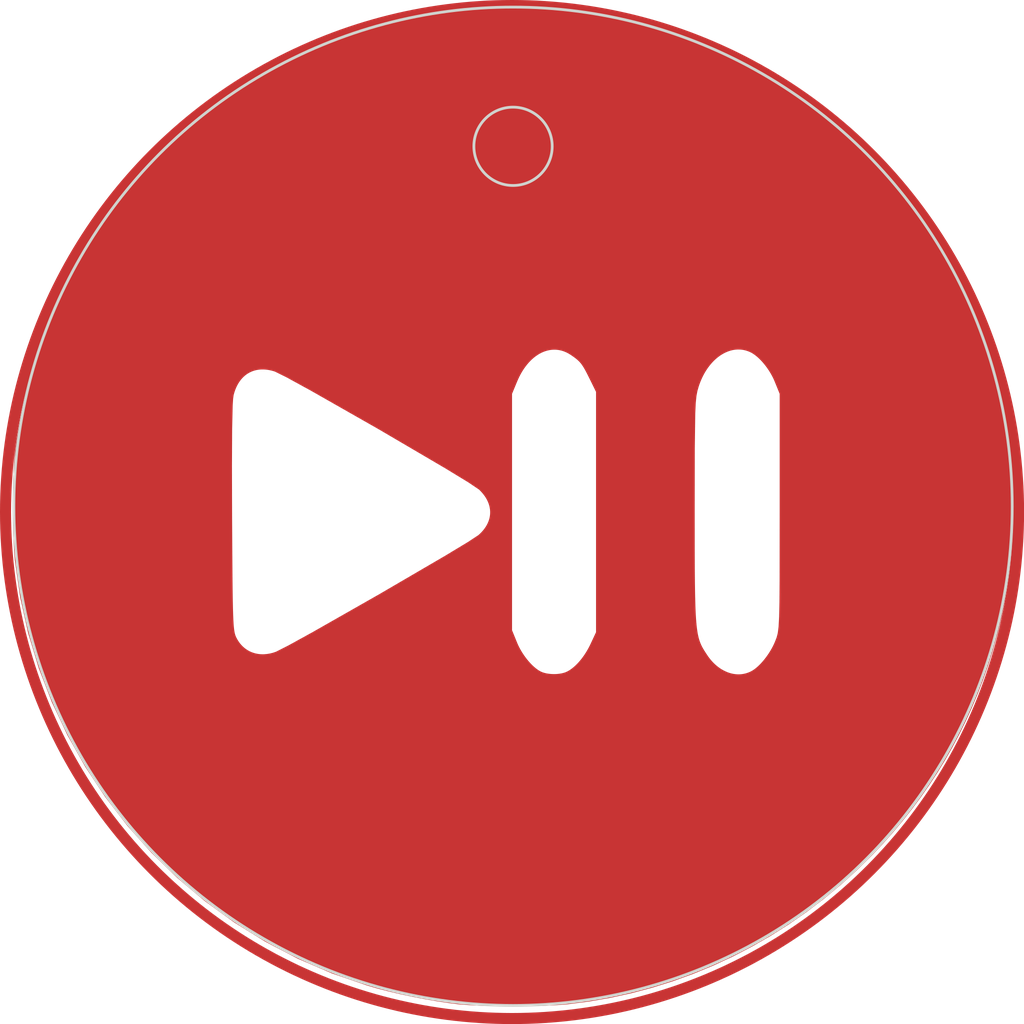
<source format=kicad_pcb>
(kicad_pcb
	(version 20241229)
	(generator "pcbnew")
	(generator_version "9.0")
	(general
		(thickness 1.6)
		(legacy_teardrops no)
	)
	(paper "A4")
	(layers
		(0 "F.Cu" signal)
		(2 "B.Cu" signal)
		(9 "F.Adhes" user "F.Adhesive")
		(11 "B.Adhes" user "B.Adhesive")
		(13 "F.Paste" user)
		(15 "B.Paste" user)
		(5 "F.SilkS" user "F.Silkscreen")
		(7 "B.SilkS" user "B.Silkscreen")
		(1 "F.Mask" user)
		(3 "B.Mask" user)
		(17 "Dwgs.User" user "User.Drawings")
		(19 "Cmts.User" user "User.Comments")
		(21 "Eco1.User" user "User.Eco1")
		(23 "Eco2.User" user "User.Eco2")
		(25 "Edge.Cuts" user)
		(27 "Margin" user)
		(31 "F.CrtYd" user "F.Courtyard")
		(29 "B.CrtYd" user "B.Courtyard")
		(35 "F.Fab" user)
		(33 "B.Fab" user)
		(39 "User.1" user)
		(41 "User.2" user)
		(43 "User.3" user)
		(45 "User.4" user)
	)
	(setup
		(pad_to_mask_clearance 0)
		(allow_soldermask_bridges_in_footprints no)
		(tenting front back)
		(pcbplotparams
			(layerselection 0x00000000_00000000_55555555_57555551)
			(plot_on_all_layers_selection 0x00000000_00000000_00000000_00000000)
			(disableapertmacros no)
			(usegerberextensions no)
			(usegerberattributes yes)
			(usegerberadvancedattributes yes)
			(creategerberjobfile yes)
			(dashed_line_dash_ratio 12.000000)
			(dashed_line_gap_ratio 3.000000)
			(svgprecision 4)
			(plotframeref no)
			(mode 1)
			(useauxorigin no)
			(hpglpennumber 1)
			(hpglpenspeed 20)
			(hpglpendiameter 15.000000)
			(pdf_front_fp_property_popups yes)
			(pdf_back_fp_property_popups yes)
			(pdf_metadata yes)
			(pdf_single_document no)
			(dxfpolygonmode yes)
			(dxfimperialunits yes)
			(dxfusepcbnewfont yes)
			(psnegative no)
			(psa4output no)
			(plot_black_and_white yes)
			(sketchpadsonfab no)
			(plotpadnumbers no)
			(hidednponfab no)
			(sketchdnponfab yes)
			(crossoutdnponfab yes)
			(subtractmaskfromsilk no)
			(outputformat 1)
			(mirror no)
			(drillshape 0)
			(scaleselection 1)
			(outputdirectory "../../../play pause/")
		)
	)
	(net 0 "")
	(gr_circle
		(center 148 93.5)
		(end 148 93)
		(stroke
			(width 0.2)
			(type default)
		)
		(fill no)
		(layer "F.Cu")
		(uuid "2db433a4-1f2a-4a8d-9db2-5241b213519d")
	)
	(gr_circle
		(center 147.98192 99.60414)
		(end 152.856979 91.865353)
		(stroke
			(width 0.2)
			(type default)
		)
		(fill no)
		(layer "F.Cu")
		(uuid "40638cc6-f812-4a82-84d1-b84157355e05")
	)
	(gr_poly
		(pts
			(xy 148.519686 90.476455) (xy 148.775616 90.486735) (xy 148.980282 90.502473) (xy 149.168859 90.526285)
			(xy 149.373684 90.557374) (xy 149.589175 90.594746) (xy 149.80975 90.63741) (xy 150.02983 90.684374)
			(xy 150.243832 90.734645) (xy 150.446176 90.787231) (xy 150.631281 90.84114) (xy 151.218117 91.041411)
			(xy 151.785678 91.279969) (xy 152.332465 91.555166) (xy 152.856979 91.865353) (xy 153.357722 92.208881)
			(xy 153.833195 92.584103) (xy 154.281899 92.989369) (xy 154.702337 93.423032) (xy 155.093009 93.883442)
			(xy 155.452417 94.368952) (xy 155.779062 94.877912) (xy 156.071445 95.408675) (xy 156.328068 95.959591)
			(xy 156.547433 96.529013) (xy 156.72804 97.115291) (xy 156.868392 97.716778) (xy 156.911827 97.946415)
			(xy 156.947326 98.160837) (xy 156.975548 98.366661) (xy 156.997156 98.570501) (xy 157.012811 98.77897)
			(xy 157.023174 98.998685) (xy 157.028906 99.236258) (xy 157.03067 99.498306) (xy 157.02531 99.857802)
			(xy 157.008953 100.202704) (xy 156.981185 100.535948) (xy 156.941594 100.860469) (xy 156.889767 101.179202)
			(xy 156.825288 101.495083) (xy 156.747746 101.811046) (xy 156.656726 102.130028) (xy 156.574459 102.388038)
			(xy 156.485091 102.642162) (xy 156.388634 102.8924) (xy 156.285097 103.138752) (xy 156.17449 103.381217)
			(xy 156.056824 103.619797) (xy 155.93211 103.854491) (xy 155.800358 104.085299) (xy 155.661577 104.31222)
			(xy 155.515779 104.535256) (xy 155.362974 104.754405) (xy 155.203171 104.969668) (xy 155.036382 105.181046)
			(xy 154.862617 105.388537) (xy 154.681886 105.592142) (xy 154.494199 105.791861) (xy 154.209885 106.072077)
			(xy 153.915505 106.338439) (xy 153.611492 106.590735) (xy 153.298281 106.828752) (xy 152.976306 107.05228)
			(xy 152.646001 107.261105) (xy 152.307799 107.455017) (xy 151.962135 107.633803) (xy 151.609444 107.797251)
			(xy 151.250158 107.94515) (xy 150.884713 108.077287) (xy 150.513542 108.193452) (xy 150.137079 108.293431)
			(xy 149.755759 108.377013) (xy 149.370015 108.443986) (xy 148.980282 108.494139) (xy 148.787481 108.509187)
			(xy 148.549783 108.519936) (xy 148.282154 108.526386) (xy 147.99956 108.528535) (xy 147.716965 108.526386)
			(xy 147.449336 108.519936) (xy 147.211638 108.509187) (xy 147.018837 108.494139) (xy 146.830259 108.470327)
			(xy 146.625435 108.439238) (xy 146.409944 108.401866) (xy 146.189368 108.359202) (xy 145.969289 108.312238)
			(xy 145.755286 108.261968) (xy 145.552942 108.209382) (xy 145.367837 108.155473) (xy 144.7314 107.93648)
			(xy 144.118418 107.672539) (xy 143.530686 107.365831) (xy 142.969996 107.018536) (xy 142.438141 106.632835)
			(xy 141.936915 106.210909) (xy 141.46811 105.754939) (xy 141.033521 105.267105) (xy 140.63494 104.749588)
			(xy 140.27416 104.204568) (xy 139.952975 103.634228) (xy 139.673177 103.040746) (xy 139.43656 102.426305)
			(xy 139.244917 101.793084) (xy 139.100041 101.143265) (xy 139.003726 100.479028) (xy 138.988678 100.286227)
			(xy 138.977929 100.048529) (xy 138.97148 99.7809) (xy 138.96933 99.498306) (xy 138.97148 99.215711)
			(xy 138.977929 98.948083) (xy 138.986075 98.767946) (xy 142.924079 98.767946) (xy 142.926615 99.692334)
			(xy 142.930384 100.330786) (xy 142.934277 100.823262) (xy 142.936515 101.021232) (xy 142.939079 101.190475)
			(xy 142.942067 101.33358) (xy 142.945577 101.453136) (xy 142.949706 101.551732) (xy 142.954554 101.631957)
			(xy 142.957278 101.66599) (xy 142.960219 101.6964) (xy 142.963388 101.723513) (xy 142.966798 101.74765)
			(xy 142.970462 101.769137) (xy 142.97439 101.788296) (xy 142.978597 101.805452) (xy 142.983093 101.820927)
			(xy 142.987892 101.835046) (xy 142.993006 101.848133) (xy 143.004226 101.8725) (xy 143.017223 101.897138)
			(xy 143.031066 101.920777) (xy 143.045728 101.943407) (xy 143.061187 101.965022) (xy 143.077418 101.985614)
			(xy 143.094399 102.005174) (xy 143.112103 102.023697) (xy 143.130509 102.041172) (xy 143.149592 102.057594)
			(xy 143.169328 102.072953) (xy 143.189693 102.087243) (xy 143.210663 102.100455) (xy 143.232214 102.112583)
			(xy 143.254323 102.123617) (xy 143.276966 102.13355) (xy 143.300118 102.142375) (xy 143.323756 102.150084)
			(xy 143.347856 102.156669) (xy 143.372394 102.162122) (xy 143.397346 102.166436) (xy 143.422688 102.169603)
			(xy 143.448396 102.171614) (xy 143.474447 102.172463) (xy 143.500816 102.172141) (xy 143.554414 102.167955)
			(xy 143.608998 102.158995) (xy 143.664379 102.145197) (xy 143.720365 102.126501) (xy 143.941939 102.014301)
			(xy 144.373775 101.776589) (xy 145.582149 101.089334) (xy 146.773326 100.394141) (xy 147.183664 100.146508)
			(xy 147.375143 100.020417) (xy 147.400464 99.997374) (xy 147.424173 99.973901) (xy 147.44627 99.950026)
			(xy 147.466755 99.925773) (xy 147.485627 99.901169) (xy 147.502887 99.87624) (xy 147.518534 99.85101)
			(xy 147.53257 99.825507) (xy 147.544993 99.799756) (xy 147.555803 99.773782) (xy 147.565002 99.747613)
			(xy 147.572588 99.721272) (xy 147.578562 99.694787) (xy 147.582923 99.668183) (xy 147.585672 99.641486)
			(xy 147.586809 99.614722) (xy 147.586334 99.587917) (xy 147.584246 99.561096) (xy 147.580546 99.534285)
			(xy 147.575234 99.507511) (xy 147.568309 99.480799) (xy 147.559772 99.454174) (xy 147.549623 99.427663)
			(xy 147.537861 99.401292) (xy 147.524488 99.375086) (xy 147.509501 99.349071) (xy 147.492903 99.323274)
			(xy 147.474692 99.297719) (xy 147.454869 99.272433) (xy 147.433434 99.247441) (xy 147.410386 99.22277)
			(xy 147.385726 99.198445) (xy 147.193173 99.068544) (xy 146.777956 98.815405) (xy 145.571566 98.107921)
			(xy 144.450474 97.469834) (xy 147.98192 97.469834) (xy 147.98192 99.60414) (xy 147.98192 101.738445)
			(xy 148.066586 101.946583) (xy 148.084249 101.988921) (xy 148.104035 102.031119) (xy 148.125754 102.072956)
			(xy 148.149214 102.114208) (xy 148.174225 102.154654) (xy 148.200594 102.194072) (xy 148.228132 102.23224)
			(xy 148.256646 102.268934) (xy 148.285946 102.303934) (xy 148.31584 102.337016) (xy 148.346137 102.367959)
			(xy 148.376646 102.396541) (xy 148.407175 102.422538) (xy 148.437534 102.445729) (xy 148.467532 102.465893)
			(xy 148.496976 102.482806) (xy 148.521976 102.493968) (xy 148.549142 102.503642) (xy 148.578157 102.511827)
			(xy 148.608707 102.518524) (xy 148.640477 102.523733) (xy 148.673152 102.527454) (xy 148.706415 102.529687)
			(xy 148.739952 102.530431) (xy 148.773448 102.529687) (xy 148.806587 102.527454) (xy 148.839055 102.523733)
			(xy 148.870535 102.518524) (xy 148.900713 102.511827) (xy 148.929274 102.503642) (xy 148.955902 102.493968)
			(xy 148.980282 102.482806) (xy 149.009414 102.466329) (xy 149.038545 102.447397) (xy 149.067594 102.426119)
			(xy 149.096478 102.402604) (xy 149.125114 102.376959) (xy 149.153419 102.349295) (xy 149.18131 102.319718)
			(xy 149.208705 102.288337) (xy 149.235522 102.255262) (xy 149.261677 102.2206) (xy 149.287088 102.18446)
			(xy 149.311672 102.146951) (xy 149.335347 102.10818) (xy 149.358029 102.068258) (xy 149.379637 102.027291)
			(xy 149.400087 101.98539) (xy 149.498865 101.773723) (xy 149.498865 99.60414) (xy 149.498865 99.582973)
			(xy 151.280393 99.582973) (xy 151.280964 100.319176) (xy 151.282137 100.619747) (xy 151.284306 100.880092)
			(xy 151.287778 101.10381) (xy 151.292857 101.294496) (xy 151.296094 101.378576) (xy 151.299848 101.455747)
			(xy 151.304156 101.526459) (xy 151.309056 101.59116) (xy 151.314586 101.650301) (xy 151.320786 101.704332)
			(xy 151.327691 101.753701) (xy 151.335342 101.798858) (xy 151.343775 101.840254) (xy 151.35303 101.878337)
			(xy 151.363144 101.913557) (xy 151.374154 101.946364) (xy 151.386101 101.977207) (xy 151.39902 102.006536)
			(xy 151.412952 102.0348) (xy 151.427932 102.062449) (xy 151.444001 102.089934) (xy 151.461196 102.117702)
			(xy 151.499115 102.175889) (xy 151.518664 102.205085) (xy 151.53892 102.233131) (xy 151.559851 102.260015)
			(xy 151.581418 102.285726) (xy 151.603588 102.310251) (xy 151.626324 102.333577) (xy 151.649591 102.355693)
			(xy 151.673354 102.376587) (xy 151.697576 102.396245) (xy 151.722223 102.414656) (xy 151.747259 102.431807)
			(xy 151.772648 102.447687) (xy 151.798355 102.462282) (xy 151.824344 102.475581) (xy 151.85058 102.487571)
			(xy 151.877028 102.49824) (xy 151.903651 102.507576) (xy 151.930414 102.515566) (xy 151.957282 102.522199)
			(xy 151.984218 102.527461) (xy 152.011189 102.531341) (xy 152.038157 102.533827) (xy 152.065089 102.534906)
			(xy 152.091947 102.534565) (xy 152.118696 102.532793) (xy 152.145302 102.529578) (xy 152.171728 102.524906)
			(xy 152.197939 102.518766) (xy 152.223899 102.511146) (xy 152.249573 102.502032) (xy 152.274926 102.491414)
			(xy 152.299921 102.479278) (xy 152.328823 102.462829) (xy 152.358501 102.442767) (xy 152.388737 102.419367)
			(xy 152.419314 102.392903) (xy 152.450015 102.363648) (xy 152.480622 102.331876) (xy 152.51092 102.297862)
			(xy 152.540691 102.261879) (xy 152.569718 102.224201) (xy 152.597783 102.185101) (xy 152.624671 102.144855)
			(xy 152.650163 102.103735) (xy 152.674043 102.062016) (xy 152.696093 102.019971) (xy 152.716097 101.977874)
			(xy 152.733838 101.936) (xy 152.76062 101.866623) (xy 152.780745 101.78844) (xy 152.795166 101.674125)
			(xy 152.804833 101.496351) (xy 152.810696 101.227792) (xy 152.813707 100.841122) (xy 152.814975 99.60414)
			(xy 152.814975 97.469834) (xy 152.730309 97.261695) (xy 152.712647 97.219357) (xy 152.692861 97.177159)
			(xy 152.671142 97.135323) (xy 152.647682 97.09407) (xy 152.622671 97.053624) (xy 152.596302 97.014206)
			(xy 152.568765 96.976038) (xy 152.540251 96.939344) (xy 152.510951 96.904344) (xy 152.481057 96.871262)
			(xy 152.45076 96.840319) (xy 152.420251 96.811738) (xy 152.389722 96.78574) (xy 152.359363 96.762549)
			(xy 152.329365 96.742385) (xy 152.299921 96.725473) (xy 152.266321 96.709622) (xy 152.232368 96.696439)
			(xy 152.198123 96.685884) (xy 152.163647 96.677916) (xy 152.129 96.672496) (xy 152.094244 96.669584)
			(xy 152.059438 96.66914) (xy 152.024644 96.671123) (xy 151.989923 96.675493) (xy 151.955334 96.682211)
			(xy 151.920939 96.691236) (xy 151.886799 96.702528) (xy 151.852974 96.716048) (xy 151.819525 96.731755)
			(xy 151.786512 96.749609) (xy 151.753997 96.76957) (xy 151.72204 96.791598) (xy 151.690702 96.815653)
			(xy 151.660044 96.841695) (xy 151.630125 96.869684) (xy 151.601008 96.89958) (xy 151.572752 96.931343)
			(xy 151.545419 96.964932) (xy 151.519069 97.000308) (xy 151.493763 97.037431) (xy 151.469561 97.076261)
			(xy 151.446525 97.116757) (xy 151.424714 97.158879) (xy 151.404191 97.202588) (xy 151.385015 97.247844)
			(xy 151.367247 97.294606) (xy 151.350948 97.342834) (xy 151.328672 97.421003) (xy 151.311646 97.511781)
			(xy 151.299168 97.637699) (xy 151.290535 97.821289) (xy 151.281991 98.451603) (xy 151.280393 99.582973)
			(xy 149.498865 99.582973) (xy 149.498865 97.434556) (xy 149.385977 97.20525) (xy 149.339006 97.111358)
			(xy 149.318422 97.07167) (xy 149.29927 97.036193) (xy 149.281172 97.004458) (xy 149.263751 96.975993)
			(xy 149.24663 96.95033) (xy 149.229431 96.926997) (xy 149.211777 96.905525) (xy 149.193292 96.885443)
			(xy 149.173597 96.86628) (xy 149.152316 96.847567) (xy 149.129071 96.828834) (xy 149.103485 96.809609)
			(xy 149.075181 96.789424) (xy 149.043781 96.767806) (xy 149.010841 96.746966) (xy 148.977539 96.728744)
			(xy 148.943927 96.713114) (xy 148.910057 96.700048) (xy 148.87598 96.68952) (xy 148.841748 96.681501)
			(xy 148.807412 96.675966) (xy 148.773025 96.672887) (xy 148.738638 96.672236) (xy 148.704302 96.673988)
			(xy 148.67007 96.678113) (xy 148.635993 96.684586) (xy 148.602122 96.69338) (xy 148.56851 96.704466)
			(xy 148.535208 96.717819) (xy 148.502268 96.73341) (xy 148.469741 96.751213) (xy 148.437679 96.771201)
			(xy 148.406134 96.793346) (xy 148.375158 96.817622) (xy 148.344801 96.844001) (xy 148.315116 96.872456)
			(xy 148.286155 96.90296) (xy 148.257969 96.935485) (xy 148.23061 96.970006) (xy 148.204129 97.006494)
			(xy 148.178578 97.044922) (xy 148.154009 97.085264) (xy 148.130474 97.127492) (xy 148.108024 97.171579)
			(xy 148.086711 97.217498) (xy 148.066586 97.265222) (xy 147.98192 97.469834) (xy 144.450474 97.469834)
			(xy 144.350625 97.413003) (xy 143.917218 97.175574) (xy 143.699198 97.067667) (xy 143.665674 97.057257)
			(xy 143.632586 97.048508) (xy 143.599957 97.041406) (xy 143.567809 97.035938) (xy 143.536165 97.03209)
			(xy 143.505047 97.029848) (xy 143.474479 97.029199) (xy 143.444482 97.030129) (xy 143.415079 97.032626)
			(xy 143.386293 97.036674) (xy 143.358147 97.042261) (xy 143.330663 97.049374) (xy 143.303863 97.057998)
			(xy 143.277771 97.068119) (xy 143.252409 97.079726) (xy 143.227799 97.092803) (xy 143.203964 97.107337)
			(xy 143.180927 97.123315) (xy 143.158711 97.140723) (xy 143.137337 97.159548) (xy 143.11683 97.179776)
			(xy 143.09721 97.201393) (xy 143.078501 97.224386) (xy 143.060725 97.248742) (xy 143.043906 97.274446)
			(xy 143.028065 97.301485) (xy 143.013225 97.329846) (xy 142.99941 97.359515) (xy 142.98664 97.390479)
			(xy 142.97494 97.422723) (xy 142.964331 97.456235) (xy 142.954837 97.491001) (xy 142.945232 97.558098)
			(xy 142.937529 97.68117) (xy 142.927497 98.102188) (xy 142.924079 98.767946) (xy 138.986075 98.767946)
			(xy 138.988678 98.710385) (xy 139.003726 98.517583) (xy 139.027538 98.329006) (xy 139.058627 98.124181)
			(xy 139.095999 97.908691) (xy 139.138663 97.688115) (xy 139.185627 97.468036) (xy 139.235898 97.254033)
			(xy 139.288484 97.051689) (xy 139.342392 96.866584) (xy 139.464175 96.492925) (xy 139.601781 96.126267)
			(xy 139.75491 95.767) (xy 139.923263 95.41551) (xy 140.10654 95.072184) (xy 140.304442 94.737411)
			(xy 140.516669 94.411579) (xy 140.74292 94.095073) (xy 140.982897 93.788283) (xy 141.236299 93.491596)
			(xy 141.502827 93.205399) (xy 141.782182 92.93008) (xy 142.074062 92.666026) (xy 142.378169 92.413625)
			(xy 142.694203 92.173265) (xy 143.021865 91.945334) (xy 143.238954 91.805614) (xy 143.460136 91.672262)
			(xy 143.685204 91.545358) (xy 143.913952 91.424986) (xy 144.146172 91.311229) (xy 144.381658 91.204169)
			(xy 144.620203 91.10389) (xy 144.861601 91.010472) (xy 145.105645 90.924001) (xy 145.352128 90.844557)
			(xy 145.600843 90.772223) (xy 145.851584 90.707084) (xy 146.104144 90.64922) (xy 146.358316 90.598715)
			(xy 146.613894 90.555651) (xy 146.87067 90.520112) (xy 147.073022 90.501122) (xy 147.327297 90.486597)
			(xy 147.616299 90.476703) (xy 147.92283 90.471604) (xy 148.229692 90.471466)
		)
		(stroke
			(width 0)
			(type solid)
		)
		(fill yes)
		(layer "F.Cu")
		(uuid "ad4aa822-cbeb-488e-8831-e01b292e5ba1")
	)
	(gr_circle
		(center 148 99.5)
		(end 153 92)
		(stroke
			(width 0.05)
			(type default)
		)
		(fill no)
		(layer "Edge.Cuts")
		(uuid "120d4cfb-33b8-4469-8a32-9dbceb4d8d90")
	)
	(gr_circle
		(center 148 93)
		(end 148.5 92.5)
		(stroke
			(width 0.05)
			(type default)
		)
		(fill no)
		(layer "Edge.Cuts")
		(uuid "5357dd0f-d65b-4e67-9c97-52f44b44832b")
	)
	(group ""
		(uuid "c12f4619-cf3f-43b2-8a12-d85af5a33126")
		(members "ad4aa822-cbeb-488e-8831-e01b292e5ba1")
	)
	(embedded_fonts no)
)

</source>
